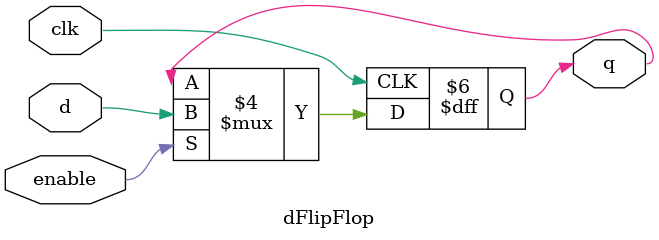
<source format=v>
`timescale 1ns/1ns

module RegisterFile (readAddr1, readAddr2, writeAddr, dataIn, writeEn, clk, readOut1, readOut2);

    input[2:0] readAddr1, readAddr2, writeAddr;
    input [11:0] dataIn;
    input writeEn, clk;
    output [11:0] readOut1, readOut2;

    wire [11:0] regRead [7:0];
    wire [7:0] regWriteEn, tempRegWriteEn;
    wire [7:0] inWriteEn;

    Decoder3Bit d1 (writeAddr, tempRegWriteEn);
    buf b1[7:0] (inWriteEn[7:0], writeEn);
    and a1[7:0] (regWriteEn, tempRegWriteEn, inWriteEn);

    reg_12_bit register0 (dataIn, clk, regWriteEn[0], regRead[0]);
    reg_12_bit register1 (dataIn, clk, regWriteEn[1], regRead[1]);
    reg_12_bit register2 (dataIn, clk, regWriteEn[2], regRead[2]);
    reg_12_bit register3 (dataIn, clk, regWriteEn[3], regRead[3]);
    reg_12_bit register4 (dataIn, clk, regWriteEn[4], regRead[4]);
    reg_12_bit register5 (dataIn, clk, regWriteEn[5], regRead[5]);
    reg_12_bit register6 (dataIn, clk, regWriteEn[6], regRead[6]);
    reg_12_bit register7 (dataIn, clk, regWriteEn[7], regRead[7]);

    Multiplexer8to1_12Bit mux1 (regRead[0], regRead[1], regRead[2], regRead[3], regRead[4], regRead[5], regRead[6], regRead[7], readAddr1, readOut1);
    Multiplexer8to1_12Bit mux2 (regRead[0], regRead[1], regRead[2], regRead[3], regRead[4], regRead[5], regRead[6], regRead[7], readAddr2, readOut2);
    
endmodule

module reg_12_bit (dIn, clk, enable, q);

    input [11:0] dIn;
    input clk, enable;
    output [11:0] q;

    dFlipFlop ff[11:0] (dIn[11:0], clk, enable, q[11:0]);

endmodule

module Multiplexer8to1_12Bit(A0, A1, A2, A3, A4, A5, A6, A7, Sel, B);

    input [11:0] A0, A1, A2, A3, A4, A5, A6, A7;
    input [2:0] Sel;
    output [11:0] B;

    wire [2:0] notSel;
    wire [11:0] temp0, temp1, temp2, temp3, temp4, temp5, temp6, temp7;
    not n [2:0] (notSel, Sel);

    and (t0, notSel[0], notSel[1], notSel[2]);
    and a0 [11:0] (temp0, A0, t0);

    and (t1, Sel[0], notSel[1], notSel[2]);
    and a1 [11:0] (temp1, A1, t1);

    and (t2, notSel[0], Sel[1], notSel[2]);
    and a2 [11:0] (temp2, A2, t2);

    and (t3, Sel[0], Sel[1], notSel[2]);
    and a3 [11:0] (temp3, A3, t3);

    and (t4, notSel[0], notSel[1], Sel[2]);
    and a4 [11:0] (temp4, A4, t4);

    and (t5, Sel[0], notSel[1], Sel[2]);
    and a5 [11:0] (temp5, A5, t5);

    and (t6, notSel[0], Sel[1], Sel[2]);
    and a6 [11:0] (temp6, A6, t6);

    and (t7, Sel[0], Sel[1], Sel[2]);
    and a7 [11:0] (temp7, A7, t7);

    or o [11:0] (B,  temp0, temp1, temp2, temp3, temp4, temp5, temp6, temp7);

endmodule

module norme (Xe, sel, Ze);

    wire cp;
    input wire sel;
    input wire [3:0] Xe;
    output wire [3:0] Ze;
    wire co;
    wire [3:0] t;
    CLA4Bit c1(Xe, 4'b0000, 1'b1, t, co);
    Multiplexer2to1_4Bit b1(Ze, t, sel, Xe);
    
endmodule

module dFlipFlop (d, clk, enable, q);

    input d, clk, enable;
    output q;

    reg q;

    always @(posedge clk)
        if(enable==1)
            begin
                q = d;
            end
    
endmodule
</source>
